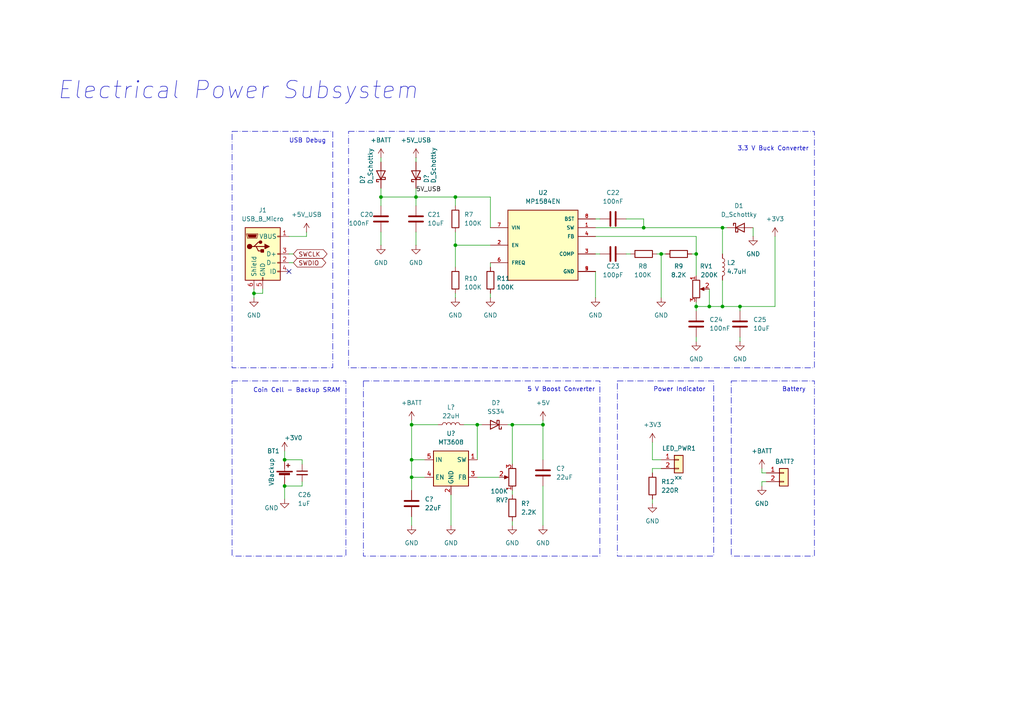
<source format=kicad_sch>
(kicad_sch (version 20231120) (generator "eeschema") (generator_version "8.0")
  (paper "A4")
  (title_block (title "CanSat Avionics") (date "2024-10-04") (rev "1") (company "Bamantara EEPISAT") (comment 1 "#Bismillah_Juara_1") (comment 2 "#DOA_IBU"))
  (lib_symbols
    (symbol "Connector:USB_B_Micro" (pin_names (offset 1.016))
      (property "Reference" "J2" (at 0 12.7 0))
      (property "Value" "USB_B_Micro" (at 0 10.16 0))
      (symbol "USB_B_Micro_0_1"
        (rectangle (start -5.08 -7.62) (end 5.08 7.62) (stroke (width 0.254)) (fill (type background)))
        (circle (center -3.81 2.159) (radius 0.635) (stroke (width 0.254)) (fill (type outline)))
        (circle (center -0.635 3.429) (radius 0.381) (stroke (width 0.254)) (fill (type outline)))
        (rectangle (start -0.127 -7.62) (end 0.127 -6.858))
        (polyline (pts (xy -1.905 2.159) (xy 0.635 2.159)) (stroke (width 0.254)))
        (polyline (pts (xy -3.175 2.159) (xy -2.54 2.159) (xy -1.27 3.429) (xy -0.635 3.429)) (stroke (width 0.254)))
        (polyline (pts (xy -2.54 2.159) (xy -1.905 2.159) (xy -1.27 0.889) (xy 0 0.889)) (stroke (width 0.254)))
        (polyline (pts (xy 0.635 2.794) (xy 0.635 1.524) (xy 1.905 2.159) (xy 0.635 2.794)) (stroke (width 0.254)) (fill (type outline)))
        (polyline (pts (xy -4.318 5.588) (xy -1.778 5.588) (xy -2.032 4.826) (xy -4.064 4.826) (xy -4.318 5.588)) (fill (type outline)))
        (polyline (pts (xy -4.699 5.842) (xy -4.699 5.588) (xy -4.445 4.826) (xy -4.445 4.572) (xy -1.651 4.572) (xy -1.651 4.826) (xy -1.397 5.588) (xy -1.397 5.842) (xy -4.699 5.842)))
        (rectangle (start 0.254 1.27) (end -0.508 0.508) (stroke (width 0.254)) (fill (type outline)))
        (rectangle (start 5.08 -5.207) (end 4.318 -4.953))
        (rectangle (start 5.08 -2.667) (end 4.318 -2.413))
        (rectangle (start 5.08 -0.127) (end 4.318 0.127))
        (rectangle (start 5.08 4.953) (end 4.318 5.207))
      )
      (symbol "USB_B_Micro_1_1"
        (pin power_in line (at 7.62 5.08 180) (length 2.54) (name "VBUS") (number "1"))
        (pin bidirectional line (at 7.62 -2.54 180) (length 2.54) (name "D-") (number "2"))
        (pin bidirectional line (at 7.62 0 180) (length 2.54) (name "D+") (number "3"))
        (pin passive line (at 7.62 -5.08 180) (length 2.54) (name "ID") (number "4"))
        (pin power_out line (at 0 -10.16 90) (length 2.54) (name "GND") (number "5"))
        (pin passive line (at -2.54 -10.16 90) (length 2.54) (name "Shield") (number "6"))
      )
    )
    (symbol "Connector_Generic:Conn_01x02" (pin_names (offset 1.016) hide)
      (property "Reference" "J" (at 0 2.54 0))
      (property "Value" "Conn_01x02" (at 0 -5.08 0))
      (symbol "Conn_01x02_1_1"
        (rectangle (start -1.27 -2.413) (end 0 -2.667) (stroke (width 0.1524)))
        (rectangle (start -1.27 0.127) (end 0 -0.127) (stroke (width 0.1524)))
        (rectangle (start -1.27 1.27) (end 1.27 -3.81) (stroke (width 0.254)) (fill (type background)))
        (pin passive line (at -5.08 0 0) (length 3.81) (name "Pin_1") (number "1"))
        (pin passive line (at -5.08 -2.54 0) (length 3.81) (name "Pin_2") (number "2"))
      )
    )
    (symbol "Device:Battery_Cell" (pin_numbers hide) (pin_names (offset 0) hide)
      (property "Reference" "BT" (at 2.54 2.54 0))
      (property "Value" "Battery_Cell" (at 2.54 0 0))
      (symbol "Battery_Cell_0_1"
        (rectangle (start -2.286 1.778) (end 2.286 1.524) (fill (type outline)))
        (rectangle (start -1.5748 1.1938) (end 1.4732 0.6858) (fill (type outline)))
        (polyline (pts (xy 0 0.762) (xy 0 0)))
        (polyline (pts (xy 0 1.778) (xy 0 2.54)))
        (polyline (pts (xy 0.508 3.429) (xy 1.524 3.429)) (stroke (width 0.254)))
        (polyline (pts (xy 1.016 3.937) (xy 1.016 2.921)) (stroke (width 0.254)))
      )
      (symbol "Battery_Cell_1_1"
        (pin passive line (at 0 5.08 270) (length 2.54) (name "+") (number "1"))
        (pin passive line (at 0 -2.54 90) (length 2.54) (name "-") (number "2"))
      )
    )
    (symbol "Device:C" (pin_numbers hide) (pin_names (offset 0.254))
      (property "Reference" "C" (at 0.635 2.54 0))
      (property "Value" "C" (at 0.635 -2.54 0))
      (symbol "C_0_1"
        (polyline (pts (xy -2.032 -0.762) (xy 2.032 -0.762)) (stroke (width 0.508)))
        (polyline (pts (xy -2.032 0.762) (xy 2.032 0.762)) (stroke (width 0.508)))
      )
      (symbol "C_1_1"
        (pin passive line (at 0 3.81 270) (length 2.794) (name "~") (number "1"))
        (pin passive line (at 0 -3.81 90) (length 2.794) (name "~") (number "2"))
      )
    )
    (symbol "Device:C_Small" (pin_numbers hide) (pin_names (offset 0.254) hide)
      (property "Reference" "C" (at 0.254 1.778 0))
      (property "Value" "C_Small" (at 0.254 -2.032 0))
      (symbol "C_Small_0_1"
        (polyline (pts (xy -1.524 -0.508) (xy 1.524 -0.508)) (stroke (width 0.3302)))
        (polyline (pts (xy -1.524 0.508) (xy 1.524 0.508)) (stroke (width 0.3048)))
      )
      (symbol "C_Small_1_1"
        (pin passive line (at 0 2.54 270) (length 2.032) (name "~") (number "1"))
        (pin passive line (at 0 -2.54 90) (length 2.032) (name "~") (number "2"))
      )
    )
    (symbol "Device:D_Schottky" (pin_numbers hide) (pin_names (offset 1.016) hide)
      (property "Reference" "D" (at 0 2.54 0))
      (property "Value" "D_Schottky" (at 0 -2.54 0))
      (symbol "D_Schottky_0_1"
        (polyline (pts (xy 1.27 0) (xy -1.27 0)))
        (polyline (pts (xy 1.27 1.27) (xy 1.27 -1.27) (xy -1.27 0) (xy 1.27 1.27)) (stroke (width 0.254)))
        (polyline (pts (xy -1.905 0.635) (xy -1.905 1.27) (xy -1.27 1.27) (xy -1.27 -1.27) (xy -0.635 -1.27) (xy -0.635 -0.635)) (stroke (width 0.254)))
      )
      (symbol "D_Schottky_1_1"
        (pin passive line (at -3.81 0 0) (length 2.54) (name "K") (number "1"))
        (pin passive line (at 3.81 0 180) (length 2.54) (name "A") (number "2"))
      )
    )
    (symbol "Device:L" (pin_numbers hide) (pin_names (offset 1.016) hide)
      (property "Reference" "L" (at -1.27 0 90))
      (property "Value" "L" (at 1.905 0 90))
      (symbol "L_0_1"
        (arc (start 0 -2.54) (mid 0.6323 -1.905) (end 0 -1.27))
        (arc (start 0 -1.27) (mid 0.6323 -0.635) (end 0 0))
        (arc (start 0 0) (mid 0.6323 0.635) (end 0 1.27))
        (arc (start 0 1.27) (mid 0.6323 1.905) (end 0 2.54))
      )
      (symbol "L_1_1"
        (pin passive line (at 0 3.81 270) (length 1.27) (name "1") (number "1"))
        (pin passive line (at 0 -3.81 90) (length 1.27) (name "2") (number "2"))
      )
    )
    (symbol "Device:R" (pin_numbers hide) (pin_names (offset 0))
      (property "Reference" "R" (at 2.032 0 90))
      (property "Value" "R" (at 0 0 90))
      (symbol "R_0_1"
        (rectangle (start -1.016 -2.54) (end 1.016 2.54) (stroke (width 0.254)))
      )
      (symbol "R_1_1"
        (pin passive line (at 0 3.81 270) (length 1.27) (name "~") (number "1"))
        (pin passive line (at 0 -3.81 90) (length 1.27) (name "~") (number "2"))
      )
    )
    (symbol "Device:R_Potentiometer" (pin_names (offset 1.016) hide)
      (property "Reference" "RV" (at -4.445 0 90))
      (property "Value" "R_Potentiometer" (at -2.54 0 90))
      (symbol "R_Potentiometer_0_1"
        (polyline (pts (xy 2.54 0) (xy 1.524 0)))
        (polyline (pts (xy 1.143 0) (xy 2.286 0.508) (xy 2.286 -0.508) (xy 1.143 0)) (fill (type outline)))
        (rectangle (start 1.016 2.54) (end -1.016 -2.54) (stroke (width 0.254)))
      )
      (symbol "R_Potentiometer_1_1"
        (pin passive line (at 0 3.81 270) (length 1.27) (name "1") (number "1"))
        (pin passive line (at 3.81 0 180) (length 1.27) (name "2") (number "2"))
        (pin passive line (at 0 -3.81 90) (length 1.27) (name "3") (number "3"))
      )
    )
    (symbol "Diode:SS34" (pin_numbers hide) (pin_names (offset 1.016) hide)
      (property "Reference" "D" (at 0 2.54 0))
      (property "Value" "SS34" (at 0 -2.54 0))
      (symbol "SS34_0_1"
        (polyline (pts (xy 1.27 0) (xy -1.27 0)))
        (polyline (pts (xy 1.27 1.27) (xy 1.27 -1.27) (xy -1.27 0) (xy 1.27 1.27)) (stroke (width 0.254)))
        (polyline (pts (xy -1.905 0.635) (xy -1.905 1.27) (xy -1.27 1.27) (xy -1.27 -1.27) (xy -0.635 -1.27) (xy -0.635 -0.635)) (stroke (width 0.254)))
      )
      (symbol "SS34_1_1"
        (pin passive line (at -3.81 0 0) (length 2.54) (name "K") (number "1"))
        (pin passive line (at 3.81 0 180) (length 2.54) (name "A") (number "2"))
      )
    )
    (symbol "GND_1" (power) (pin_numbers hide) (pin_names (offset 0) hide)
      (property "Value" "GND" (at 0 -3.81 0))
      (symbol "GND_1_0_1"
        (polyline (pts (xy 0 0) (xy 0 -1.27) (xy 1.27 -1.27) (xy 0 -2.54) (xy -1.27 -1.27) (xy 0 -1.27)))
      )
      (symbol "GND_1_1_1"
        (pin power_in line (at 0 0 270) (length 0) (name "~") (number "1"))
      )
    )
    (symbol "MP1584EN:MP1584EN" (pin_names (offset 1.016))
      (property "Reference" "U" (at -10.185 10.6942 0))
      (property "Value" "MP1584EN" (at -10.1723 -12.7154 0))
      (symbol "MP1584EN_0_0"
        (rectangle (start -10.16 -10.16) (end 10.16 10.16) (stroke (width 0.254)) (fill (type background)))
        (pin output line (at 15.24 5.08 180) (length 5.08) (name "SW") (number "1"))
        (pin input line (at -15.24 0 0) (length 5.08) (name "EN") (number "2"))
        (pin output line (at 15.24 -2.54 180) (length 5.08) (name "COMP") (number "3"))
        (pin input line (at 15.24 2.54 180) (length 5.08) (name "FB") (number "4"))
        (pin power_in line (at 15.24 -7.62 180) (length 5.08) (name "GND") (number "5"))
        (pin input line (at -15.24 -5.08 0) (length 5.08) (name "FREQ") (number "6"))
        (pin input line (at -15.24 5.08 0) (length 5.08) (name "VIN") (number "7"))
        (pin passive line (at 15.24 7.62 180) (length 5.08) (name "BST") (number "8"))
        (pin power_in line (at 15.24 -7.62 180) (length 5.08) (name "GND") (number "9"))
      )
    )
    (symbol "Regulator_Switching:MT3608"
      (property "Reference" "U" (at -2.54 8.89 0))
      (property "Value" "MT3608" (at -3.81 6.35 0))
      (symbol "MT3608_0_1"
        (rectangle (start -5.08 5.08) (end 5.08 -5.08) (stroke (width 0.254)) (fill (type background)))
      )
      (symbol "MT3608_1_1"
        (pin passive line (at 7.62 2.54 180) (length 2.54) (name "SW") (number "1"))
        (pin power_in line (at 0 -7.62 90) (length 2.54) (name "GND") (number "2"))
        (pin input line (at 7.62 -2.54 180) (length 2.54) (name "FB") (number "3"))
        (pin input line (at -7.62 -2.54 0) (length 2.54) (name "EN") (number "4"))
        (pin power_in line (at -7.62 2.54 0) (length 2.54) (name "IN") (number "5"))
        (pin no_connect line (at 5.08 0 180) (length 2.54) hide (name "NC") (number "6"))
      )
    )
    (symbol "power:+3V0" (power) (pin_names (offset 0))
      (property "Value" "+3V0" (at 0 3.556 0))
      (symbol "+3V0_0_1"
        (polyline (pts (xy -0.762 1.27) (xy 0 2.54)))
        (polyline (pts (xy 0 0) (xy 0 2.54)))
        (polyline (pts (xy 0 2.54) (xy 0.762 1.27)))
      )
      (symbol "+3V0_1_1"
        (pin power_in line (at 0 0 90) (length 0) hide (name "+3V0") (number "1"))
      )
    )
    (symbol "power:+3V3" (power) (pin_names (offset 0))
      (property "Value" "+3V3" (at 0 3.556 0))
      (symbol "+3V3_0_1"
        (polyline (pts (xy -0.762 1.27) (xy 0 2.54)))
        (polyline (pts (xy 0 0) (xy 0 2.54)))
        (polyline (pts (xy 0 2.54) (xy 0.762 1.27)))
      )
      (symbol "+3V3_1_1"
        (pin power_in line (at 0 0 90) (length 0) hide (name "+3V3") (number "1"))
      )
    )
    (symbol "power:+5V" (power) (pin_numbers hide) (pin_names (offset 0) hide)
      (property "Value" "+5V" (at 0 3.556 0))
      (symbol "+5V_0_1"
        (polyline (pts (xy -0.762 1.27) (xy 0 2.54)))
        (polyline (pts (xy 0 0) (xy 0 2.54)))
        (polyline (pts (xy 0 2.54) (xy 0.762 1.27)))
      )
      (symbol "+5V_1_1"
        (pin power_in line (at 0 0 90) (length 0) (name "~") (number "1"))
      )
    )
    (symbol "power:+5VA" (power) (pin_numbers hide) (pin_names (offset 0) hide)
      (property "Value" "+5VA" (at 0 3.556 0))
      (symbol "+5VA_0_1"
        (polyline (pts (xy -0.762 1.27) (xy 0 2.54)))
        (polyline (pts (xy 0 0) (xy 0 2.54)))
        (polyline (pts (xy 0 2.54) (xy 0.762 1.27)))
      )
      (symbol "+5VA_1_1"
        (pin power_in line (at 0 0 90) (length 0) (name "~") (number "1"))
      )
    )
    (symbol "power:+BATT" (power) (pin_names (offset 0))
      (property "Value" "+BATT" (at 0 3.556 0))
      (symbol "+BATT_0_1"
        (polyline (pts (xy -0.762 1.27) (xy 0 2.54)))
        (polyline (pts (xy 0 0) (xy 0 2.54)))
        (polyline (pts (xy 0 2.54) (xy 0.762 1.27)))
      )
      (symbol "+BATT_1_1"
        (pin power_in line (at 0 0 90) (length 0) hide (name "+BATT") (number "1"))
      )
    )
    (symbol "power:GND" (power) (pin_names (offset 0))
      (property "Value" "GND" (at 0 -3.81 0))
      (symbol "GND_0_1"
        (polyline (pts (xy 0 0) (xy 0 -1.27) (xy 1.27 -1.27) (xy 0 -2.54) (xy -1.27 -1.27) (xy 0 -1.27)))
      )
      (symbol "GND_1_1"
        (pin power_in line (at 0 0 270) (length 0) hide (name "GND") (number "1"))
      )
    )
  )
  (junction (at 209.55 88.9))
  (junction (at 73.66 85.09))
  (junction (at 82.55 140.97))
  (junction (at 148.59 123.19))
  (junction (at 119.38 123.19))
  (junction (at 138.43 123.19))
  (junction (at 205.74 88.9))
  (junction (at 209.55 66.04))
  (junction (at 119.38 138.43))
  (junction (at 132.08 71.12))
  (junction (at 157.48 123.19))
  (junction (at 110.49 57.15))
  (junction (at 186.69 66.04))
  (junction (at 214.63 88.9))
  (junction (at 119.38 133.35))
  (junction (at 201.93 88.9))
  (junction (at 201.93 73.66))
  (junction (at 82.55 133.35))
  (junction (at 132.08 57.15))
  (junction (at 120.65 57.15))
  (junction (at 191.77 73.66))
  (no_connect (at 83.82 78.74))
  (wire (pts (xy 138.43 123.19) (xy 138.43 133.35)))
  (wire (pts (xy 120.65 57.15) (xy 120.65 59.69)))
  (wire (pts (xy 110.49 54.61) (xy 110.49 57.15)))
  (wire (pts (xy 172.72 66.04) (xy 186.69 66.04)))
  (wire (pts (xy 73.66 85.09) (xy 73.66 86.36)))
  (wire (pts (xy 76.2 85.09) (xy 73.66 85.09)))
  (wire (pts (xy 87.63 140.97) (xy 87.63 139.7)))
  (wire (pts (xy 83.82 76.2) (xy 85.09 76.2)))
  (wire (pts (xy 73.66 83.82) (xy 73.66 85.09)))
  (wire (pts (xy 222.25 139.7) (xy 220.98 139.7)))
  (wire (pts (xy 190.5 73.66) (xy 191.77 73.66)))
  (wire (pts (xy 201.93 68.58) (xy 201.93 73.66)))
  (wire (pts (xy 224.79 68.58) (xy 224.79 88.9)))
  (wire (pts (xy 119.38 121.92) (xy 119.38 123.19)))
  (wire (pts (xy 209.55 88.9) (xy 214.63 88.9)))
  (wire (pts (xy 88.9 68.58) (xy 83.82 68.58)))
  (wire (pts (xy 201.93 73.66) (xy 201.93 80.01)))
  (wire (pts (xy 119.38 123.19) (xy 119.38 133.35)))
  (wire (pts (xy 120.65 45.72) (xy 120.65 46.99)))
  (wire (pts (xy 120.65 57.15) (xy 132.08 57.15)))
  (wire (pts (xy 172.72 78.74) (xy 172.72 86.36)))
  (wire (pts (xy 186.69 66.04) (xy 209.55 66.04)))
  (wire (pts (xy 119.38 138.43) (xy 119.38 142.24)))
  (wire (pts (xy 132.08 67.31) (xy 132.08 71.12)))
  (wire (pts (xy 82.55 133.35) (xy 87.63 133.35)))
  (wire (pts (xy 205.74 83.82) (xy 205.74 88.9)))
  (wire (pts (xy 120.65 54.61) (xy 120.65 57.15)))
  (wire (pts (xy 142.24 76.2) (xy 142.24 77.47)))
  (wire (pts (xy 110.49 57.15) (xy 120.65 57.15)))
  (wire (pts (xy 132.08 57.15) (xy 132.08 59.69)))
  (wire (pts (xy 82.55 140.97) (xy 82.55 144.78)))
  (wire (pts (xy 119.38 123.19) (xy 127 123.19)))
  (wire (pts (xy 201.93 97.79) (xy 201.93 99.06)))
  (wire (pts (xy 119.38 138.43) (xy 123.19 138.43)))
  (wire (pts (xy 209.55 66.04) (xy 210.82 66.04)))
  (wire (pts (xy 110.49 67.31) (xy 110.49 71.12)))
  (wire (pts (xy 87.63 133.35) (xy 87.63 134.62)))
  (wire (pts (xy 130.81 143.51) (xy 130.81 152.4)))
  (wire (pts (xy 191.77 86.36) (xy 191.77 73.66)))
  (wire (pts (xy 218.44 66.04) (xy 218.44 68.58)))
  (wire (pts (xy 205.74 88.9) (xy 209.55 88.9)))
  (wire (pts (xy 134.62 123.19) (xy 138.43 123.19)))
  (wire (pts (xy 220.98 137.16) (xy 220.98 135.89)))
  (wire (pts (xy 148.59 151.13) (xy 148.59 152.4)))
  (wire (pts (xy 132.08 57.15) (xy 142.24 57.15)))
  (wire (pts (xy 172.72 73.66) (xy 173.99 73.66)))
  (wire (pts (xy 132.08 71.12) (xy 132.08 77.47)))
  (wire (pts (xy 205.74 88.9) (xy 201.93 88.9)))
  (wire (pts (xy 148.59 123.19) (xy 157.48 123.19)))
  (wire (pts (xy 119.38 149.86) (xy 119.38 152.4)))
  (wire (pts (xy 120.65 67.31) (xy 120.65 71.12)))
  (wire (pts (xy 201.93 88.9) (xy 201.93 87.63)))
  (wire (pts (xy 172.72 68.58) (xy 201.93 68.58)))
  (wire (pts (xy 82.55 130.81) (xy 82.55 133.35)))
  (wire (pts (xy 142.24 85.09) (xy 142.24 86.36)))
  (wire (pts (xy 132.08 71.12) (xy 142.24 71.12)))
  (wire (pts (xy 119.38 133.35) (xy 123.19 133.35)))
  (wire (pts (xy 172.72 63.5) (xy 173.99 63.5)))
  (wire (pts (xy 189.23 135.89) (xy 191.77 135.89)))
  (wire (pts (xy 214.63 88.9) (xy 214.63 90.17)))
  (wire (pts (xy 110.49 57.15) (xy 110.49 59.69)))
  (wire (pts (xy 82.55 140.97) (xy 87.63 140.97)))
  (wire (pts (xy 189.23 135.89) (xy 189.23 137.16)))
  (wire (pts (xy 88.9 67.31) (xy 88.9 68.58)))
  (wire (pts (xy 83.82 73.66) (xy 85.09 73.66)))
  (wire (pts (xy 186.69 63.5) (xy 186.69 66.04)))
  (wire (pts (xy 189.23 133.35) (xy 189.23 128.27)))
  (wire (pts (xy 142.24 57.15) (xy 142.24 66.04)))
  (wire (pts (xy 110.49 45.72) (xy 110.49 46.99)))
  (wire (pts (xy 119.38 133.35) (xy 119.38 138.43)))
  (wire (pts (xy 138.43 138.43) (xy 144.78 138.43)))
  (wire (pts (xy 132.08 85.09) (xy 132.08 86.36)))
  (wire (pts (xy 138.43 123.19) (xy 139.7 123.19)))
  (wire (pts (xy 222.25 137.16) (xy 220.98 137.16)))
  (wire (pts (xy 148.59 134.62) (xy 148.59 123.19)))
  (wire (pts (xy 191.77 133.35) (xy 189.23 133.35)))
  (wire (pts (xy 148.59 142.24) (xy 148.59 143.51)))
  (wire (pts (xy 148.59 123.19) (xy 147.32 123.19)))
  (wire (pts (xy 189.23 144.78) (xy 189.23 146.05)))
  (wire (pts (xy 157.48 123.19) (xy 157.48 133.35)))
  (wire (pts (xy 209.55 66.04) (xy 209.55 73.66)))
  (wire (pts (xy 157.48 121.92) (xy 157.48 123.19)))
  (wire (pts (xy 214.63 97.79) (xy 214.63 99.06)))
  (wire (pts (xy 201.93 90.17) (xy 201.93 88.9)))
  (wire (pts (xy 209.55 81.28) (xy 209.55 88.9)))
  (wire (pts (xy 224.79 88.9) (xy 214.63 88.9)))
  (wire (pts (xy 76.2 83.82) (xy 76.2 85.09)))
  (wire (pts (xy 191.77 73.66) (xy 193.04 73.66)))
  (wire (pts (xy 186.69 63.5) (xy 181.61 63.5)))
  (wire (pts (xy 200.66 73.66) (xy 201.93 73.66)))
  (wire (pts (xy 157.48 140.97) (xy 157.48 152.4)))
  (wire (pts (xy 181.61 73.66) (xy 182.88 73.66)))
  (wire (pts (xy 220.98 139.7) (xy 220.98 140.97)))
  (rectangle (start 179.07 110.49) (end 207.01 161.29) (stroke (width 0) (type dash_dot)))
  (rectangle (start 212.09 110.49) (end 236.22 161.29) (stroke (width 0) (type dash_dot)))
  (rectangle (start 67.31 110.49) (end 100.33 161.29) (stroke (width 0) (type dash_dot)))
  (rectangle (start 101.092 38.1) (end 236.22 106.68) (stroke (width 0) (type dash_dot)))
  (rectangle (start 67.31 38.1) (end 96.52 106.68) (stroke (width 0) (type dash_dot)))
  (rectangle (start 105.41 110.49) (end 173.99 161.29) (stroke (width 0) (type dash_dot)))
  (text "Coin Cell - Backup SRAM" (at 73.406 113.284 0) (effects (font (size 1.27 1.27)) (justify left)))
  (text "Electrical Power Subsystem\n" (at 16.51 29.21 0) (effects (font (size 5 5) (italic yes)) (justify left bottom)))
  (text "USB Debug" (at 83.82 40.894 0) (effects (font (size 1.27 1.27)) (justify left)))
  (text "Battery" (at 226.822 113.03 0) (effects (font (size 1.27 1.27)) (justify left)))
  (text "3.3 V Buck Converter" (at 213.868 43.18 0) (effects (font (size 1.27 1.27)) (justify left)))
  (text "Power Indicator" (at 189.484 113.03 0) (effects (font (size 1.27 1.27)) (justify left)))
  (text "5 V Boost Converter" (at 152.908 113.03 0) (effects (font (size 1.27 1.27)) (justify left)))
  (label "5V_USB" (at 120.65 55.88 0))
  (global_label "SWDIO" (shape bidirectional) (at 85.09 76.2 0) (property "Intersheetrefs" "${INTERSHEET_REFS}" (effects (hide yes))))
  (global_label "SWCLK" (shape bidirectional) (at 85.09 73.66 0) (property "Intersheetrefs" "${INTERSHEET_REFS}" (effects (hide yes))))
  (symbol (lib_id "power:+BATT") (at 110.49 45.72 0) (unit 1)
    (property "Reference" "#PWR091" (effects (hide yes)))
    (property "Value" "+BATT" (at 110.49 40.64 0))
  )
  (symbol (lib_id "Device:L") (at 130.81 123.19 90) (unit 1)
    (property "Reference" "L?" (at 130.81 118.11 90))
    (property "Value" "22uH" (at 130.81 120.65 90))
    (property "Description" "Inductor" (effects (hide yes)))
  )
  (symbol (lib_id "Device:R") (at 189.23 140.97 0) (unit 1)
    (property "Reference" "R12" (at 191.77 139.6999 0) (effects (justify left)))
    (property "Value" "220R" (at 191.77 142.2399 0) (effects (justify left)))
    (property "Footprint" "Resistor_SMD:R_0805_2012Metric" (effects (hide yes)))
  )
  (symbol (lib_id "Device:C") (at 201.93 93.98 0) (unit 1)
    (property "Reference" "C24" (at 205.74 92.7099 0) (effects (justify left)))
    (property "Value" "100nF" (at 205.74 95.2499 0) (effects (justify left)))
    (property "Description" "Unpolarized capacitor" (effects (hide yes)))
  )
  (symbol (lib_id "MP1584EN:MP1584EN") (at 157.48 71.12 0) (unit 1)
    (property "Reference" "U2" (at 157.48 55.88 0))
    (property "Value" "MP1584EN" (at 157.48 58.42 0))
    (property "Footprint" "MP1584EN:SOIC127P600X170-9N" (effects (hide yes)))
    (property "MF" "Monolithic Power" (effects (hide yes)))
    (property "PACKAGE" "None" (effects (hide yes)))
    (property "PRICE" "None" (effects (hide yes)))
    (property "Package" "SOIC-8 Monolithic Power" (effects (hide yes)))
    (property "Check_prices" "https://www.snapeda.com/parts/MP1584EN/Monolithic+Power+Systems+Inc./view-part/?ref=eda" (effects (hide yes)))
    (property "STANDARD" "IPC-7351B" (effects (hide yes)))
    (property "SnapEDA_Link" "https://www.snapeda.com/parts/MP1584EN/Monolithic+Power+Systems+Inc./view-part/?ref=snap" (effects (hide yes)))
    (property "MP" "MP1584EN" (effects (hide yes)))
    (property "Purchase-URL" "https://www.snapeda.com/api/url_track_click_mouser/?unipart_id=891721&manufacturer=Monolithic Power&part_name=MP1584EN&search_term=mp1584" (effects (hide yes)))
    (property "Price" "None" (effects (hide yes)))
    (property "Availability" "In Stock" (effects (hide yes)))
    (property "AVAILABILITY" "Unavailable" (effects (hide yes)))
    (property "Description_1" "\nBuck Switching Regulator IC Positive Adjustable 0.8V 1 Output 3A 8-SOIC (0.154, 3.90mm Width) Exposed Pad\n" (effects (hide yes)))
  )
  (symbol (lib_id "Device:C") (at 177.8 73.66 90) (unit 1)
    (property "Reference" "C23" (at 177.8 77.216 90))
    (property "Value" "100pF" (at 177.8 79.756 90))
    (property "Description" "Unpolarized capacitor" (effects (hide yes)))
  )
  (symbol (lib_id "Device:R") (at 132.08 63.5 0) (unit 1)
    (property "Reference" "R7" (at 134.62 62.2299 0) (effects (justify left)))
    (property "Value" "100K" (at 134.62 64.7699 0) (effects (justify left)))
    (property "Description" "Resistor" (effects (hide yes)))
  )
  (symbol (lib_id "Device:L") (at 209.55 77.47 0) (unit 1)
    (property "Reference" "L2" (at 210.82 76.1999 0) (effects (justify left)))
    (property "Value" "4.7uH" (at 210.82 78.7399 0) (effects (justify left)))
    (property "Description" "Inductor" (effects (hide yes)))
  )
  (symbol (lib_id "Device:R") (at 148.59 147.32 0) (unit 1)
    (property "Reference" "R?" (at 151.13 146.0499 0) (effects (justify left)))
    (property "Value" "2.2K" (at 151.13 148.5899 0) (effects (justify left)))
    (property "Footprint" "Resistor_SMD:R_0805_2012Metric" (effects (hide yes)))
  )
  (symbol (lib_id "power:GND") (at 157.48 152.4 0) (unit 1)
    (property "Reference" "#PWR090" (effects (hide yes)))
    (property "Value" "GND" (at 157.48 157.48 0))
  )
  (symbol (lib_id "power:GND") (at 130.81 152.4 0) (unit 1)
    (property "Reference" "#PWR038" (effects (hide yes)))
    (property "Value" "GND" (at 130.81 157.48 0))
  )
  (symbol (lib_id "Device:C") (at 110.49 63.5 0) (unit 1)
    (property "Reference" "C20" (at 104.394 62.23 0) (effects (justify left)))
    (property "Value" "100nF" (at 101.092 64.77 0) (effects (justify left)))
    (property "Description" "Unpolarized capacitor" (effects (hide yes)))
  )
  (symbol (lib_id "Device:C") (at 177.8 63.5 90) (unit 1)
    (property "Reference" "C22" (at 177.8 55.88 90))
    (property "Value" "100nF" (at 177.8 58.42 90))
    (property "Description" "Unpolarized capacitor" (effects (hide yes)))
  )
  (symbol (lib_name "GND_1") (lib_id "power:GND") (at 142.24 86.36 0) (unit 1)
    (property "Reference" "#PWR027" (effects (hide yes)))
    (property "Value" "GND" (at 142.24 91.44 0))
    (property "Description" "Power symbol creates a global label with name \"GND\" , ground" (effects (hide yes)))
  )
  (symbol (lib_id "Device:C_Small") (at 87.63 137.16 0) (unit 1)
    (property "Reference" "C26" (at 86.36 143.51 0) (effects (justify left)))
    (property "Value" "1uF" (at 86.36 146.05 0) (effects (justify left)))
    (property "Footprint" "Capacitor_SMD:C_0805_2012Metric" (effects (hide yes)))
  )
  (symbol (lib_id "Connector_Generic:Conn_01x02") (at 196.85 133.35 0) (unit 1)
    (property "Reference" "LED_PWR1" (at 192.024 130.048 0) (effects (justify left)))
    (property "Value" "xx" (at 195.58 138.43 0) (effects (justify left)))
    (property "Footprint" "Connector_JST:JST_EH_B2B-EH-A_1x02_P2.50mm_Vertical" (effects (hide yes)))
  )
  (symbol (lib_name "GND_1") (lib_id "power:GND") (at 172.72 86.36 0) (unit 1)
    (property "Reference" "#PWR028" (effects (hide yes)))
    (property "Value" "GND" (at 172.72 91.44 0))
    (property "Description" "Power symbol creates a global label with name \"GND\" , ground" (effects (hide yes)))
  )
  (symbol (lib_id "power:+3V0") (at 82.55 130.81 0) (unit 1)
    (property "Reference" "#PWR034" (effects (hide yes)))
    (property "Value" "+3V0" (at 85.09 127 0))
  )
  (symbol (lib_id "power:+3V3") (at 189.23 128.27 0) (unit 1)
    (property "Reference" "#PWR033" (effects (hide yes)))
    (property "Value" "+3V3" (at 189.23 123.19 0))
  )
  (symbol (lib_id "Device:D_Schottky") (at 110.49 50.8 90) (unit 1)
    (property "Reference" "D?" (at 105.156 50.8 0) (effects (justify right)))
    (property "Value" "D_Schottky" (at 107.442 42.926 0) (effects (justify right)))
    (property "Description" "Schottky diode" (effects (hide yes)))
  )
  (symbol (lib_name "GND_1") (lib_id "power:GND") (at 120.65 71.12 0) (unit 1)
    (property "Reference" "#PWR024" (effects (hide yes)))
    (property "Value" "GND" (at 120.65 76.2 0))
    (property "Description" "Power symbol creates a global label with name \"GND\" , ground" (effects (hide yes)))
  )
  (symbol (lib_id "Device:C") (at 157.48 137.16 0) (unit 1)
    (property "Reference" "C?" (at 161.29 135.8899 0) (effects (justify left)))
    (property "Value" "22uF" (at 161.29 138.4299 0) (effects (justify left)))
    (property "Description" "Unpolarized capacitor" (effects (hide yes)))
  )
  (symbol (lib_id "Diode:SS34") (at 143.51 123.19 180) (unit 1)
    (property "Reference" "D?" (at 143.8275 116.84 0))
    (property "Value" "SS34" (at 143.8275 119.38 0))
    (property "Footprint" "Diode_SMD:D_SMA" (effects (hide yes)))
    (property "Datasheet" "https://www.vishay.com/docs/88751/ss32.pdf" (effects (hide yes)))
    (property "Description" "40V 3A Schottky Diode, SMA" (effects (hide yes)))
  )
  (symbol (lib_id "power:GND") (at 119.38 152.4 0) (unit 1)
    (property "Reference" "#PWR036" (effects (hide yes)))
    (property "Value" "GND" (at 119.38 157.48 0))
  )
  (symbol (lib_id "Device:R_Potentiometer") (at 148.59 138.43 180) (unit 1)
    (property "Reference" "RV?" (at 143.764 145.034 0) (effects (justify right)))
    (property "Value" "100K" (at 142.24 142.494 0) (effects (justify right)))
    (property "Description" "Potentiometer" (effects (hide yes)))
  )
  (symbol (lib_name "GND_1") (lib_id "power:GND") (at 218.44 68.58 0) (unit 1)
    (property "Reference" "#PWR021" (effects (hide yes)))
    (property "Value" "GND" (at 218.44 73.66 0))
    (property "Description" "Power symbol creates a global label with name \"GND\" , ground" (effects (hide yes)))
  )
  (symbol (lib_id "Device:R") (at 132.08 81.28 0) (unit 1)
    (property "Reference" "R10" (at 134.62 80.772 0) (effects (justify left)))
    (property "Value" "100K" (at 134.62 83.312 0) (effects (justify left)))
    (property "Description" "Resistor" (effects (hide yes)))
  )
  (symbol (lib_id "power:+5VA") (at 88.9 67.31 0) (unit 1)
    (property "Reference" "#PWR088" (effects (hide yes)))
    (property "Value" "+5V_USB" (at 88.9 62.23 0))
    (property "Description" "Power symbol creates a global label with name \"+5VA\"" (effects (hide yes)))
  )
  (symbol (lib_name "GND_1") (lib_id "power:GND") (at 201.93 99.06 0) (unit 1)
    (property "Reference" "#PWR031" (effects (hide yes)))
    (property "Value" "GND" (at 201.93 104.14 0))
    (property "Description" "Power symbol creates a global label with name \"GND\" , ground" (effects (hide yes)))
  )
  (symbol (lib_id "power:GND") (at 148.59 152.4 0) (unit 1)
    (property "Reference" "#PWR089" (effects (hide yes)))
    (property "Value" "GND" (at 148.59 157.48 0))
  )
  (symbol (lib_id "power:+5VA") (at 120.65 45.72 0) (unit 1)
    (property "Reference" "#PWR092" (effects (hide yes)))
    (property "Value" "+5V_USB" (at 120.65 40.64 0))
    (property "Description" "Power symbol creates a global label with name \"+5VA\"" (effects (hide yes)))
  )
  (symbol (lib_id "Device:R_Potentiometer") (at 201.93 83.82 0) (unit 1)
    (property "Reference" "RV1" (at 206.756 77.216 0) (effects (justify right)))
    (property "Value" "200K" (at 208.28 79.756 0) (effects (justify right)))
    (property "Description" "Potentiometer" (effects (hide yes)))
  )
  (symbol (lib_id "Device:C") (at 120.65 63.5 0) (unit 1)
    (property "Reference" "C21" (at 123.952 62.23 0) (effects (justify left)))
    (property "Value" "10uF" (at 123.952 64.77 0) (effects (justify left)))
    (property "Description" "Unpolarized capacitor" (effects (hide yes)))
  )
  (symbol (lib_id "power:GND") (at 73.66 86.36 0) (unit 1)
    (property "Reference" "#PWR030" (effects (hide yes)))
    (property "Value" "GND" (at 73.66 91.44 0))
  )
  (symbol (lib_id "Device:C") (at 119.38 146.05 0) (unit 1)
    (property "Reference" "C?" (at 123.19 144.7799 0) (effects (justify left)))
    (property "Value" "22uF" (at 123.19 147.3199 0) (effects (justify left)))
    (property "Description" "Unpolarized capacitor" (effects (hide yes)))
  )
  (symbol (lib_id "power:+BATT") (at 220.98 135.89 0) (unit 1)
    (property "Reference" "#PWR086" (effects (hide yes)))
    (property "Value" "+BATT" (at 220.98 130.81 0))
  )
  (symbol (lib_id "Connector_Generic:Conn_01x02") (at 227.33 137.16 0) (unit 1)
    (property "Reference" "BATT?" (at 224.79 133.858 0) (effects (justify left)))
    (property "Value" "xx" (effects (hide yes)))
    (property "Footprint" "Connector_JST:JST_EH_B2B-EH-A_1x02_P2.50mm_Vertical" (effects (hide yes)))
  )
  (symbol (lib_id "power:+BATT") (at 119.38 121.92 0) (unit 1)
    (property "Reference" "#PWR012" (effects (hide yes)))
    (property "Value" "+BATT" (at 119.38 116.84 0))
  )
  (symbol (lib_id "Device:R") (at 186.69 73.66 90) (unit 1)
    (property "Reference" "R8" (at 186.436 77.216 90))
    (property "Value" "100K" (at 186.436 79.756 90))
    (property "Description" "Resistor" (effects (hide yes)))
  )
  (symbol (lib_id "Device:C") (at 214.63 93.98 0) (unit 1)
    (property "Reference" "C25" (at 218.44 92.7099 0) (effects (justify left)))
    (property "Value" "10uF" (at 218.44 95.2499 0) (effects (justify left)))
    (property "Description" "Unpolarized capacitor" (effects (hide yes)))
  )
  (symbol (lib_id "power:+3V3") (at 224.79 68.58 0) (unit 1)
    (property "Reference" "#PWR020" (effects (hide yes)))
    (property "Value" "+3V3" (at 224.79 63.5 0))
  )
  (symbol (lib_id "power:GND") (at 82.55 144.78 0) (unit 1)
    (property "Reference" "#PWR037" (effects (hide yes)))
    (property "Value" "GND" (at 78.74 147.32 0))
  )
  (symbol (lib_id "power:GND") (at 220.98 140.97 0) (unit 1)
    (property "Reference" "#PWR087" (effects (hide yes)))
    (property "Value" "GND" (at 220.98 146.05 0))
  )
  (symbol (lib_name "GND_1") (lib_id "power:GND") (at 110.49 71.12 0) (unit 1)
    (property "Reference" "#PWR023" (effects (hide yes)))
    (property "Value" "GND" (at 110.49 76.2 0))
    (property "Description" "Power symbol creates a global label with name \"GND\" , ground" (effects (hide yes)))
  )
  (symbol (lib_id "Device:D_Schottky") (at 214.63 66.04 0) (unit 1)
    (property "Reference" "D1" (at 214.3125 59.69 0))
    (property "Value" "D_Schottky" (at 214.3125 62.23 0))
    (property "Description" "Schottky diode" (effects (hide yes)))
  )
  (symbol (lib_name "GND_1") (lib_id "power:GND") (at 132.08 86.36 0) (unit 1)
    (property "Reference" "#PWR026" (effects (hide yes)))
    (property "Value" "GND" (at 132.08 91.44 0))
    (property "Description" "Power symbol creates a global label with name \"GND\" , ground" (effects (hide yes)))
  )
  (symbol (lib_id "power:+5V") (at 157.48 121.92 0) (unit 1)
    (property "Reference" "#PWR035" (effects (hide yes)))
    (property "Value" "+5V" (at 157.48 116.84 0))
    (property "Description" "Power symbol creates a global label with name \"+5V\"" (effects (hide yes)))
  )
  (symbol (lib_id "Device:Battery_Cell") (at 82.55 138.43 0) (unit 1)
    (property "Reference" "BT1" (at 77.47 130.81 0) (effects (justify left)))
    (property "Value" "VBackup" (at 78.74 140.97 90) (effects (justify left)))
    (property "Footprint" "Battery:BatteryHolder_ComfortableElectronic_CH273-2450_1x2450" (effects (hide yes)))
  )
  (symbol (lib_id "Connector:USB_B_Micro") (at 76.2 73.66 0) (unit 1)
    (property "Reference" "J1" (at 76.2 60.96 0))
    (property "Value" "USB_B_Micro" (at 76.2 63.5 0))
    (property "Footprint" "Connector_USB:USB_Micro-B_Amphenol_10104110_Horizontal" (effects (hide yes)))
  )
  (symbol (lib_id "Device:D_Schottky") (at 120.65 50.8 90) (unit 1)
    (property "Reference" "D?" (at 123.698 50.546 0) (effects (justify right)))
    (property "Value" "D_Schottky" (at 125.73 42.672 0) (effects (justify right)))
    (property "Description" "Schottky diode" (effects (hide yes)))
  )
  (symbol (lib_id "Device:R") (at 142.24 81.28 0) (unit 1)
    (property "Reference" "R11" (at 144.018 80.772 0) (effects (justify left)))
    (property "Value" "100K" (at 144.018 83.312 0) (effects (justify left)))
    (property "Description" "Resistor" (effects (hide yes)))
  )
  (symbol (lib_name "GND_1") (lib_id "power:GND") (at 214.63 99.06 0) (unit 1)
    (property "Reference" "#PWR032" (effects (hide yes)))
    (property "Value" "GND" (at 214.63 104.14 0))
    (property "Description" "Power symbol creates a global label with name \"GND\" , ground" (effects (hide yes)))
  )
  (symbol (lib_id "Regulator_Switching:MT3608") (at 130.81 135.89 0) (unit 1)
    (property "Reference" "U?" (at 130.81 125.73 0))
    (property "Value" "MT3608" (at 130.81 128.27 0))
    (property "Footprint" "Package_TO_SOT_SMD:SOT-23-6" (effects (hide yes)))
    (property "Datasheet" "https://www.olimex.com/Products/Breadboarding/BB-PWR-3608/resources/MT3608.pdf" (effects (hide yes)))
    (property "Description" "High Efficiency 1.2MHz 2A Step Up Converter, 2-24V Vin, 28V Vout, 4A current limit, 1.2MHz, SOT23-6" (effects (hide yes)))
  )
  (symbol (lib_name "GND_1") (lib_id "power:GND") (at 191.77 86.36 0) (unit 1)
    (property "Reference" "#PWR029" (effects (hide yes)))
    (property "Value" "GND" (at 191.77 91.44 0))
    (property "Description" "Power symbol creates a global label with name \"GND\" , ground" (effects (hide yes)))
  )
  (symbol (lib_id "power:GND") (at 189.23 146.05 0) (unit 1)
    (property "Reference" "#PWR039" (effects (hide yes)))
    (property "Value" "GND" (at 189.23 151.13 0))
  )
  (symbol (lib_id "Device:R") (at 196.85 73.66 90) (unit 1)
    (property "Reference" "R9" (at 196.85 77.216 90))
    (property "Value" "8.2K" (at 196.85 79.756 90))
    (property "Description" "Resistor" (effects (hide yes)))
  )
)
</source>
